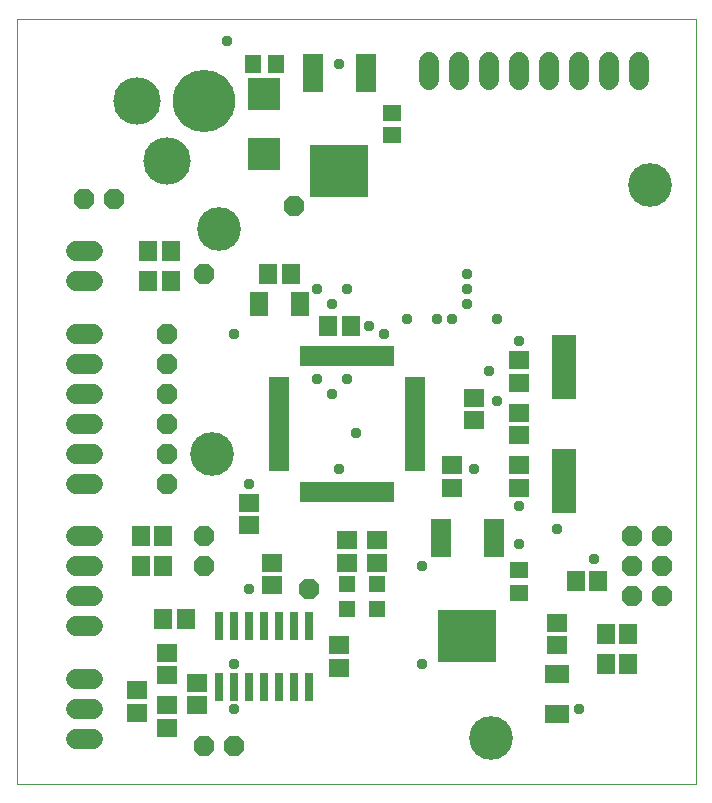
<source format=gts>
G04 EAGLE Gerber RS-274X export*
G75*
%MOMM*%
%FSLAX34Y34*%
%LPD*%
%INSolderstop Top*%
%IPPOS*%
%AMOC8*
5,1,8,0,0,1.08239X$1,22.5*%
G01*
%ADD10C,0.000000*%
%ADD11C,3.703200*%
%ADD12P,1.869504X8X22.500000*%
%ADD13P,1.869504X8X112.500000*%
%ADD14R,1.703200X1.503200*%
%ADD15R,1.503200X1.703200*%
%ADD16R,0.503200X1.678200*%
%ADD17R,1.678200X0.503200*%
%ADD18R,0.803200X2.403200*%
%ADD19R,2.133600X5.537200*%
%ADD20R,5.029200X4.394200*%
%ADD21R,1.803400X3.200400*%
%ADD22R,1.320800X1.625600*%
%ADD23R,1.625600X1.320800*%
%ADD24C,4.013200*%
%ADD25C,5.283200*%
%ADD26R,2.743200X2.743200*%
%ADD27C,1.711200*%
%ADD28R,1.403200X1.403200*%
%ADD29R,1.603200X2.003200*%
%ADD30R,2.003200X1.603200*%
%ADD31C,0.959600*%


D10*
X0Y0D02*
X574550Y0D01*
X574550Y647600D01*
X0Y647600D01*
X0Y0D01*
D11*
X164824Y279400D03*
X536161Y506896D03*
X171450Y469900D03*
X401016Y39204D03*
D12*
X158750Y31750D03*
X184150Y31750D03*
D13*
X546100Y158750D03*
X520700Y158750D03*
X546100Y184150D03*
X520700Y184150D03*
X546100Y209550D03*
X520700Y209550D03*
D12*
X127000Y254000D03*
X127000Y381000D03*
X127000Y279400D03*
X127000Y304800D03*
X127000Y330200D03*
X127000Y355600D03*
D14*
X368300Y269850D03*
X368300Y250850D03*
D15*
X498500Y127000D03*
X517500Y127000D03*
D14*
X425450Y339750D03*
X425450Y358750D03*
X425450Y269850D03*
X425450Y250850D03*
X387350Y308000D03*
X387350Y327000D03*
D12*
X158750Y431800D03*
D16*
X241900Y247420D03*
X246900Y247420D03*
X251900Y247420D03*
X256900Y247420D03*
X261900Y247420D03*
X266900Y247420D03*
X271900Y247420D03*
X276900Y247420D03*
X281900Y247420D03*
X286900Y247420D03*
X291900Y247420D03*
X296900Y247420D03*
X301900Y247420D03*
X306900Y247420D03*
X311900Y247420D03*
X316900Y247420D03*
D17*
X336780Y267300D03*
X336780Y272300D03*
X336780Y277300D03*
X336780Y282300D03*
X336780Y287300D03*
X336780Y292300D03*
X336780Y297300D03*
X336780Y302300D03*
X336780Y307300D03*
X336780Y312300D03*
X336780Y317300D03*
X336780Y322300D03*
X336780Y327300D03*
X336780Y332300D03*
X336780Y337300D03*
X336780Y342300D03*
D16*
X316900Y362180D03*
X311900Y362180D03*
X306900Y362180D03*
X301900Y362180D03*
X296900Y362180D03*
X291900Y362180D03*
X286900Y362180D03*
X281900Y362180D03*
X276900Y362180D03*
X271900Y362180D03*
X266900Y362180D03*
X261900Y362180D03*
X256900Y362180D03*
X251900Y362180D03*
X246900Y362180D03*
X241900Y362180D03*
D17*
X222020Y342300D03*
X222020Y337300D03*
X222020Y332300D03*
X222020Y327300D03*
X222020Y322300D03*
X222020Y317300D03*
X222020Y312300D03*
X222020Y307300D03*
X222020Y302300D03*
X222020Y297300D03*
X222020Y292300D03*
X222020Y287300D03*
X222020Y282300D03*
X222020Y277300D03*
X222020Y272300D03*
X222020Y267300D03*
D18*
X234950Y133950D03*
X234950Y81950D03*
X247650Y133950D03*
X222250Y133950D03*
X209550Y133950D03*
X247650Y81950D03*
X222250Y81950D03*
X209550Y81950D03*
X184150Y133950D03*
X184150Y81950D03*
X196850Y133950D03*
X171450Y133950D03*
X196850Y81950D03*
X171450Y81950D03*
D12*
X234950Y488950D03*
X247650Y165100D03*
X57150Y495300D03*
D19*
X463550Y256540D03*
X463550Y353060D03*
D14*
X425450Y295300D03*
X425450Y314300D03*
D15*
X517500Y101600D03*
X498500Y101600D03*
X492100Y171450D03*
X473100Y171450D03*
D14*
X196850Y219100D03*
X196850Y238100D03*
D15*
X282550Y387350D03*
X263550Y387350D03*
X142850Y139700D03*
X123850Y139700D03*
X130150Y450850D03*
X111150Y450850D03*
X123800Y184150D03*
X104800Y184150D03*
X123800Y209550D03*
X104800Y209550D03*
D14*
X215900Y187300D03*
X215900Y168300D03*
D12*
X158750Y209550D03*
X158750Y184150D03*
D14*
X273050Y117450D03*
X273050Y98450D03*
X127000Y111100D03*
X127000Y92100D03*
X152400Y66700D03*
X152400Y85700D03*
X127000Y66650D03*
X127000Y47650D03*
D20*
X273050Y518922D03*
D21*
X250952Y601726D03*
X295656Y601726D03*
D22*
X219075Y609600D03*
X200025Y609600D03*
D23*
X317500Y549275D03*
X317500Y568325D03*
D24*
X101600Y577850D03*
X127000Y527050D03*
D25*
X158750Y577850D03*
D26*
X209550Y584200D03*
X209550Y533400D03*
D20*
X381000Y125222D03*
D21*
X358902Y208026D03*
X403606Y208026D03*
D23*
X425450Y161925D03*
X425450Y180975D03*
D12*
X82550Y495300D03*
D15*
X111150Y425450D03*
X130150Y425450D03*
D27*
X64690Y254000D02*
X49610Y254000D01*
X49610Y279400D02*
X64690Y279400D01*
X64690Y304800D02*
X49610Y304800D01*
X49610Y330200D02*
X64690Y330200D01*
X64690Y355600D02*
X49610Y355600D01*
X49610Y381000D02*
X64690Y381000D01*
X64690Y133350D02*
X49610Y133350D01*
X49610Y158750D02*
X64690Y158750D01*
X64690Y184150D02*
X49610Y184150D01*
X49610Y209550D02*
X64690Y209550D01*
X64690Y38100D02*
X49610Y38100D01*
X49610Y63500D02*
X64690Y63500D01*
X64690Y88900D02*
X49610Y88900D01*
X49610Y425450D02*
X64690Y425450D01*
X64690Y450850D02*
X49610Y450850D01*
X527050Y595710D02*
X527050Y610790D01*
X501650Y610790D02*
X501650Y595710D01*
X476250Y595710D02*
X476250Y610790D01*
X450850Y610790D02*
X450850Y595710D01*
X425450Y595710D02*
X425450Y610790D01*
X400050Y610790D02*
X400050Y595710D01*
X374650Y595710D02*
X374650Y610790D01*
X349250Y610790D02*
X349250Y595710D01*
D14*
X304800Y206350D03*
X304800Y187350D03*
X279400Y206350D03*
X279400Y187350D03*
D28*
X304800Y148250D03*
X304800Y169250D03*
X279400Y148250D03*
X279400Y169250D03*
D15*
X231750Y431800D03*
X212750Y431800D03*
D29*
X239250Y406400D03*
X205250Y406400D03*
D14*
X101600Y79350D03*
X101600Y60350D03*
D30*
X457200Y93200D03*
X457200Y59200D03*
D14*
X457200Y136500D03*
X457200Y117500D03*
D31*
X425450Y374650D03*
X425450Y203200D03*
X342900Y101600D03*
X425450Y234950D03*
X400050Y349250D03*
X406400Y323850D03*
X476250Y63500D03*
X196850Y165100D03*
X196850Y254000D03*
X273050Y266700D03*
X387350Y266700D03*
X457200Y215900D03*
X488950Y190500D03*
X342900Y184150D03*
X406400Y393700D03*
X311150Y381000D03*
X254000Y342900D03*
X254000Y419100D03*
X381000Y431800D03*
X266700Y330200D03*
X266700Y406400D03*
X381000Y406400D03*
X279400Y342900D03*
X279400Y419100D03*
X381000Y419100D03*
X330200Y393700D03*
X286900Y297300D03*
X184150Y63500D03*
X184150Y101600D03*
X298450Y387350D03*
X368300Y393700D03*
X355600Y393700D03*
X184150Y381000D03*
X177800Y628650D03*
X273050Y609600D03*
M02*

</source>
